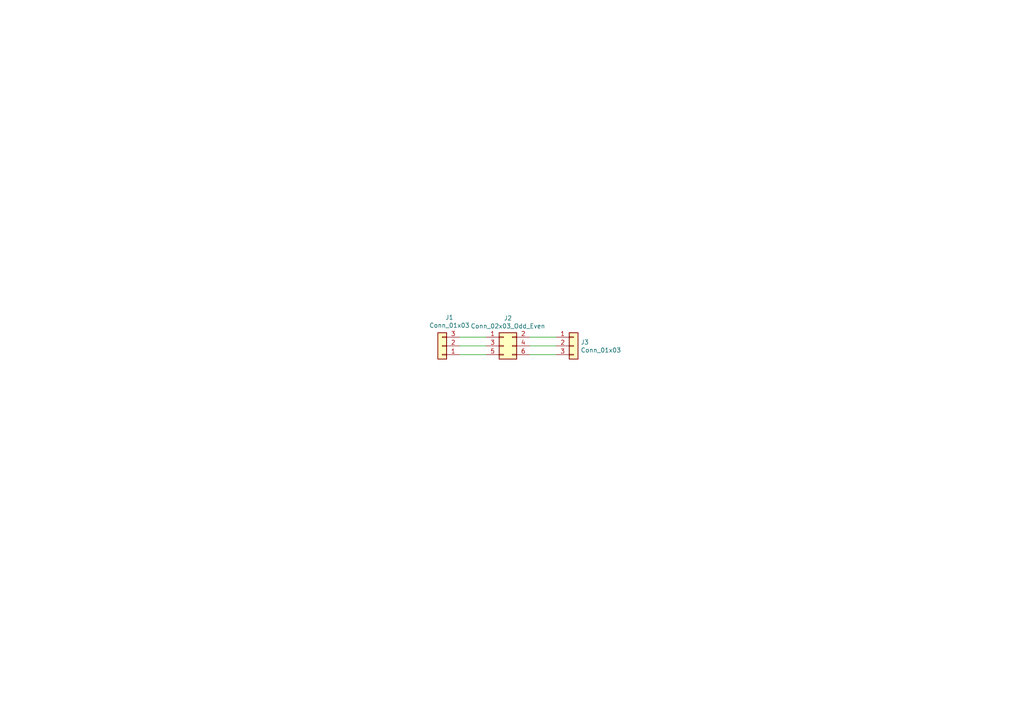
<source format=kicad_sch>
(kicad_sch (version 20230121) (generator eeschema)
  (paper "A4")
  (lib_symbols
    (symbol "Connector_Generic:Conn_01x03" (pin_names (offset 1.016) hide)
      (property "Reference" "J" (at 0 5.08 0))
      (property "Value" "Conn_01x03" (at 0 -5.08 0))
      (symbol "Conn_01x03_1_1"
        (rectangle (start -1.27 -2.413) (end 0 -2.667) (stroke (width 0.1524)))
        (rectangle (start -1.27 0.127) (end 0 -0.127) (stroke (width 0.1524)))
        (rectangle (start -1.27 2.667) (end 0 2.413) (stroke (width 0.1524)))
        (rectangle (start -1.27 3.81) (end 1.27 -3.81) (stroke (width 0.254)) (fill (type background)))
        (pin passive line (at -5.08 2.54 0) (length 3.81) (name "Pin_1") (number "1"))
        (pin passive line (at -5.08 0 0) (length 3.81) (name "Pin_2") (number "2"))
        (pin passive line (at -5.08 -2.54 0) (length 3.81) (name "Pin_3") (number "3"))
      )
    )
    (symbol "Connector_Generic:Conn_02x03_Odd_Even" (pin_names (offset 1.016) hide)
      (property "Reference" "J" (at 1.27 5.08 0))
      (property "Value" "Conn_02x03_Odd_Even" (at 1.27 -5.08 0))
      (symbol "Conn_02x03_Odd_Even_1_1"
        (rectangle (start -1.27 -2.413) (end 0 -2.667) (stroke (width 0.1524)))
        (rectangle (start -1.27 0.127) (end 0 -0.127) (stroke (width 0.1524)))
        (rectangle (start -1.27 2.667) (end 0 2.413) (stroke (width 0.1524)))
        (rectangle (start -1.27 3.81) (end 3.81 -3.81) (stroke (width 0.254)) (fill (type background)))
        (rectangle (start 3.81 -2.413) (end 2.54 -2.667) (stroke (width 0.1524)))
        (rectangle (start 3.81 0.127) (end 2.54 -0.127) (stroke (width 0.1524)))
        (rectangle (start 3.81 2.667) (end 2.54 2.413) (stroke (width 0.1524)))
        (pin passive line (at -5.08 2.54 0) (length 3.81) (name "Pin_1") (number "1"))
        (pin passive line (at 7.62 2.54 180) (length 3.81) (name "Pin_2") (number "2"))
        (pin passive line (at -5.08 0 0) (length 3.81) (name "Pin_3") (number "3"))
        (pin passive line (at 7.62 0 180) (length 3.81) (name "Pin_4") (number "4"))
        (pin passive line (at -5.08 -2.54 0) (length 3.81) (name "Pin_5") (number "5"))
        (pin passive line (at 7.62 -2.54 180) (length 3.81) (name "Pin_6") (number "6"))
      )
    )
  )
  (wire (pts (xy 133.35 97.79) (xy 140.97 97.79)))
  (wire (pts (xy 153.67 97.79) (xy 161.29 97.79)))
  (wire (pts (xy 153.67 102.87) (xy 161.29 102.87)))
  (wire (pts (xy 133.35 102.87) (xy 140.97 102.87)))
  (wire (pts (xy 161.29 100.33) (xy 153.67 100.33)))
  (wire (pts (xy 133.35 100.33) (xy 140.97 100.33)))
  (symbol (lib_id "Connector_Generic:Conn_02x03_Odd_Even") (at 146.05 100.33 0) (unit 1)
    (property "Reference" "J2" (at 147.32 92.2782 0))
    (property "Value" "Conn_02x03_Odd_Even" (at 147.32 94.5896 0))
    (property "Footprint" "Connector:Tag-Connect_TC2030-IDC-NL_2x03_P1.27mm_Vertical" (effects hide))
  )
  (symbol (lib_id "Connector_Generic:Conn_01x03") (at 128.27 100.33 180) (unit 1)
    (property "Reference" "J1" (at 130.3528 92.075 0))
    (property "Value" "Conn_01x03" (at 130.3528 94.3864 0))
    (property "Footprint" "Connector_PinHeader_2.54mm:PinHeader_1x03_P2.54mm_Vertical" (effects hide))
  )
  (symbol (lib_id "Connector_Generic:Conn_01x03") (at 166.37 100.33 0) (unit 1)
    (property "Reference" "J3" (at 168.402 99.2632 0) (effects (justify left)))
    (property "Value" "Conn_01x03" (at 168.402 101.5746 0) (effects (justify left)))
    (property "Footprint" "Connector_PinHeader_2.54mm:PinHeader_1x03_P2.54mm_Vertical" (effects hide))
  )
)
</source>
